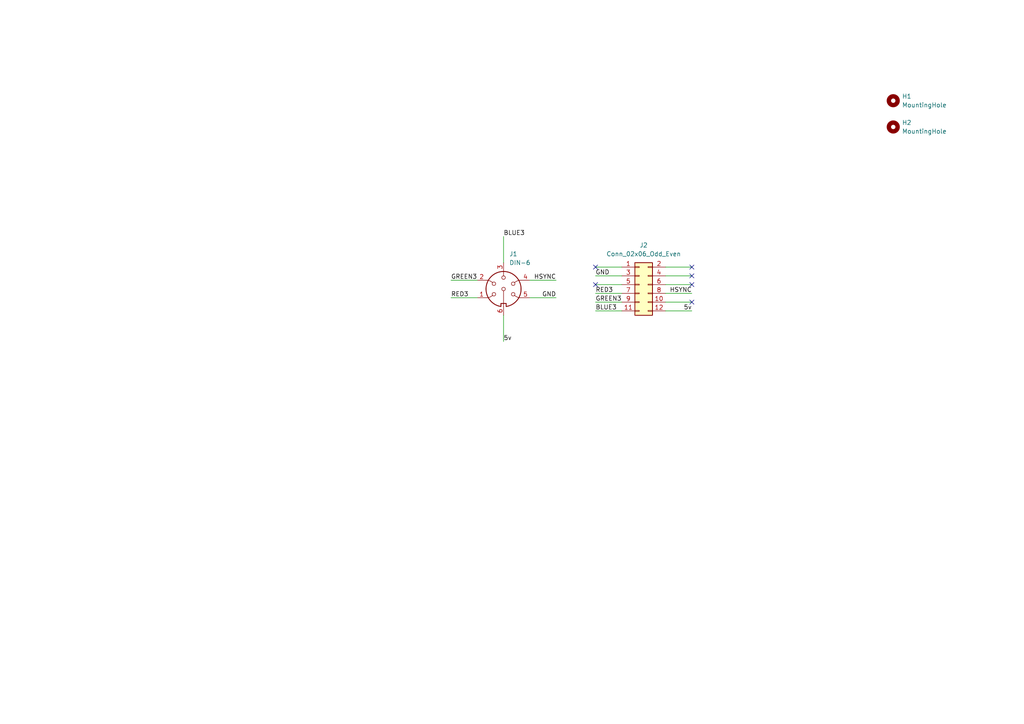
<source format=kicad_sch>
(kicad_sch (version 20211123) (generator eeschema)

  (uuid df416f30-e720-4ea9-b580-d8116ff32444)

  (paper "A4")

  (lib_symbols
    (symbol "Connector:DIN-6" (pin_names (offset 1.016)) (in_bom yes) (on_board yes)
      (property "Reference" "J" (id 0) (at 3.175 5.715 0)
        (effects (font (size 1.27 1.27)))
      )
      (property "Value" "DIN-6" (id 1) (at 4.445 -4.445 0)
        (effects (font (size 1.27 1.27)) (justify left))
      )
      (property "Footprint" "" (id 2) (at 0 0 0)
        (effects (font (size 1.27 1.27)) hide)
      )
      (property "Datasheet" "http://www.mouser.com/ds/2/18/40_c091_abd_e-75918.pdf" (id 3) (at 0 0 0)
        (effects (font (size 1.27 1.27)) hide)
      )
      (property "ki_keywords" "circular DIN connector" (id 4) (at 0 0 0)
        (effects (font (size 1.27 1.27)) hide)
      )
      (property "ki_description" "6-pin DIN connector" (id 5) (at 0 0 0)
        (effects (font (size 1.27 1.27)) hide)
      )
      (property "ki_fp_filters" "DIN*" (id 6) (at 0 0 0)
        (effects (font (size 1.27 1.27)) hide)
      )
      (symbol "DIN-6_0_1"
        (arc (start -5.08 0) (mid -3.8609 -3.3364) (end -0.762 -5.08)
          (stroke (width 0.254) (type default) (color 0 0 0 0))
          (fill (type none))
        )
        (circle (center -2.794 -1.524) (radius 0.508)
          (stroke (width 0) (type default) (color 0 0 0 0))
          (fill (type none))
        )
        (circle (center -2.794 1.524) (radius 0.508)
          (stroke (width 0) (type default) (color 0 0 0 0))
          (fill (type none))
        )
        (polyline
          (pts
            (xy 0 -5.08)
            (xy 0 -0.508)
          )
          (stroke (width 0) (type default) (color 0 0 0 0))
          (fill (type none))
        )
        (polyline
          (pts
            (xy 0 5.08)
            (xy 0 3.81)
          )
          (stroke (width 0) (type default) (color 0 0 0 0))
          (fill (type none))
        )
        (polyline
          (pts
            (xy -5.08 -2.54)
            (xy -4.318 -2.54)
            (xy -3.175 -1.905)
          )
          (stroke (width 0) (type default) (color 0 0 0 0))
          (fill (type none))
        )
        (polyline
          (pts
            (xy -5.08 2.54)
            (xy -4.318 2.54)
            (xy -3.175 1.905)
          )
          (stroke (width 0) (type default) (color 0 0 0 0))
          (fill (type none))
        )
        (polyline
          (pts
            (xy 5.08 -2.54)
            (xy 4.318 -2.54)
            (xy 3.175 -1.905)
          )
          (stroke (width 0) (type default) (color 0 0 0 0))
          (fill (type none))
        )
        (polyline
          (pts
            (xy 5.08 2.54)
            (xy 4.318 2.54)
            (xy 3.175 1.905)
          )
          (stroke (width 0) (type default) (color 0 0 0 0))
          (fill (type none))
        )
        (polyline
          (pts
            (xy -0.762 -4.953)
            (xy -0.762 -4.191)
            (xy 0.762 -4.191)
            (xy 0.762 -4.953)
          )
          (stroke (width 0.254) (type default) (color 0 0 0 0))
          (fill (type none))
        )
        (circle (center 0 0) (radius 0.508)
          (stroke (width 0) (type default) (color 0 0 0 0))
          (fill (type none))
        )
        (circle (center 0 3.302) (radius 0.508)
          (stroke (width 0) (type default) (color 0 0 0 0))
          (fill (type none))
        )
        (arc (start 0.762 -5.08) (mid 3.8685 -3.343) (end 5.08 0)
          (stroke (width 0.254) (type default) (color 0 0 0 0))
          (fill (type none))
        )
        (circle (center 2.794 -1.524) (radius 0.508)
          (stroke (width 0) (type default) (color 0 0 0 0))
          (fill (type none))
        )
        (circle (center 2.794 1.524) (radius 0.508)
          (stroke (width 0) (type default) (color 0 0 0 0))
          (fill (type none))
        )
        (arc (start 5.08 0) (mid 0 5.08) (end -5.08 0)
          (stroke (width 0.254) (type default) (color 0 0 0 0))
          (fill (type none))
        )
      )
      (symbol "DIN-6_1_1"
        (pin passive line (at -7.62 -2.54 0) (length 2.54)
          (name "~" (effects (font (size 1.27 1.27))))
          (number "1" (effects (font (size 1.27 1.27))))
        )
        (pin passive line (at -7.62 2.54 0) (length 2.54)
          (name "~" (effects (font (size 1.27 1.27))))
          (number "2" (effects (font (size 1.27 1.27))))
        )
        (pin passive line (at 0 7.62 270) (length 2.54)
          (name "~" (effects (font (size 1.27 1.27))))
          (number "3" (effects (font (size 1.27 1.27))))
        )
        (pin passive line (at 7.62 2.54 180) (length 2.54)
          (name "~" (effects (font (size 1.27 1.27))))
          (number "4" (effects (font (size 1.27 1.27))))
        )
        (pin passive line (at 7.62 -2.54 180) (length 2.54)
          (name "~" (effects (font (size 1.27 1.27))))
          (number "5" (effects (font (size 1.27 1.27))))
        )
        (pin passive line (at 0 -7.62 90) (length 2.54)
          (name "~" (effects (font (size 1.27 1.27))))
          (number "6" (effects (font (size 1.27 1.27))))
        )
      )
    )
    (symbol "Connector_Generic:Conn_02x06_Odd_Even" (pin_names (offset 1.016) hide) (in_bom yes) (on_board yes)
      (property "Reference" "J" (id 0) (at 1.27 7.62 0)
        (effects (font (size 1.27 1.27)))
      )
      (property "Value" "Conn_02x06_Odd_Even" (id 1) (at 1.27 -10.16 0)
        (effects (font (size 1.27 1.27)))
      )
      (property "Footprint" "" (id 2) (at 0 0 0)
        (effects (font (size 1.27 1.27)) hide)
      )
      (property "Datasheet" "~" (id 3) (at 0 0 0)
        (effects (font (size 1.27 1.27)) hide)
      )
      (property "ki_keywords" "connector" (id 4) (at 0 0 0)
        (effects (font (size 1.27 1.27)) hide)
      )
      (property "ki_description" "Generic connector, double row, 02x06, odd/even pin numbering scheme (row 1 odd numbers, row 2 even numbers), script generated (kicad-library-utils/schlib/autogen/connector/)" (id 5) (at 0 0 0)
        (effects (font (size 1.27 1.27)) hide)
      )
      (property "ki_fp_filters" "Connector*:*_2x??_*" (id 6) (at 0 0 0)
        (effects (font (size 1.27 1.27)) hide)
      )
      (symbol "Conn_02x06_Odd_Even_1_1"
        (rectangle (start -1.27 -7.493) (end 0 -7.747)
          (stroke (width 0.1524) (type default) (color 0 0 0 0))
          (fill (type none))
        )
        (rectangle (start -1.27 -4.953) (end 0 -5.207)
          (stroke (width 0.1524) (type default) (color 0 0 0 0))
          (fill (type none))
        )
        (rectangle (start -1.27 -2.413) (end 0 -2.667)
          (stroke (width 0.1524) (type default) (color 0 0 0 0))
          (fill (type none))
        )
        (rectangle (start -1.27 0.127) (end 0 -0.127)
          (stroke (width 0.1524) (type default) (color 0 0 0 0))
          (fill (type none))
        )
        (rectangle (start -1.27 2.667) (end 0 2.413)
          (stroke (width 0.1524) (type default) (color 0 0 0 0))
          (fill (type none))
        )
        (rectangle (start -1.27 5.207) (end 0 4.953)
          (stroke (width 0.1524) (type default) (color 0 0 0 0))
          (fill (type none))
        )
        (rectangle (start -1.27 6.35) (end 3.81 -8.89)
          (stroke (width 0.254) (type default) (color 0 0 0 0))
          (fill (type background))
        )
        (rectangle (start 3.81 -7.493) (end 2.54 -7.747)
          (stroke (width 0.1524) (type default) (color 0 0 0 0))
          (fill (type none))
        )
        (rectangle (start 3.81 -4.953) (end 2.54 -5.207)
          (stroke (width 0.1524) (type default) (color 0 0 0 0))
          (fill (type none))
        )
        (rectangle (start 3.81 -2.413) (end 2.54 -2.667)
          (stroke (width 0.1524) (type default) (color 0 0 0 0))
          (fill (type none))
        )
        (rectangle (start 3.81 0.127) (end 2.54 -0.127)
          (stroke (width 0.1524) (type default) (color 0 0 0 0))
          (fill (type none))
        )
        (rectangle (start 3.81 2.667) (end 2.54 2.413)
          (stroke (width 0.1524) (type default) (color 0 0 0 0))
          (fill (type none))
        )
        (rectangle (start 3.81 5.207) (end 2.54 4.953)
          (stroke (width 0.1524) (type default) (color 0 0 0 0))
          (fill (type none))
        )
        (pin passive line (at -5.08 5.08 0) (length 3.81)
          (name "Pin_1" (effects (font (size 1.27 1.27))))
          (number "1" (effects (font (size 1.27 1.27))))
        )
        (pin passive line (at 7.62 -5.08 180) (length 3.81)
          (name "Pin_10" (effects (font (size 1.27 1.27))))
          (number "10" (effects (font (size 1.27 1.27))))
        )
        (pin passive line (at -5.08 -7.62 0) (length 3.81)
          (name "Pin_11" (effects (font (size 1.27 1.27))))
          (number "11" (effects (font (size 1.27 1.27))))
        )
        (pin passive line (at 7.62 -7.62 180) (length 3.81)
          (name "Pin_12" (effects (font (size 1.27 1.27))))
          (number "12" (effects (font (size 1.27 1.27))))
        )
        (pin passive line (at 7.62 5.08 180) (length 3.81)
          (name "Pin_2" (effects (font (size 1.27 1.27))))
          (number "2" (effects (font (size 1.27 1.27))))
        )
        (pin passive line (at -5.08 2.54 0) (length 3.81)
          (name "Pin_3" (effects (font (size 1.27 1.27))))
          (number "3" (effects (font (size 1.27 1.27))))
        )
        (pin passive line (at 7.62 2.54 180) (length 3.81)
          (name "Pin_4" (effects (font (size 1.27 1.27))))
          (number "4" (effects (font (size 1.27 1.27))))
        )
        (pin passive line (at -5.08 0 0) (length 3.81)
          (name "Pin_5" (effects (font (size 1.27 1.27))))
          (number "5" (effects (font (size 1.27 1.27))))
        )
        (pin passive line (at 7.62 0 180) (length 3.81)
          (name "Pin_6" (effects (font (size 1.27 1.27))))
          (number "6" (effects (font (size 1.27 1.27))))
        )
        (pin passive line (at -5.08 -2.54 0) (length 3.81)
          (name "Pin_7" (effects (font (size 1.27 1.27))))
          (number "7" (effects (font (size 1.27 1.27))))
        )
        (pin passive line (at 7.62 -2.54 180) (length 3.81)
          (name "Pin_8" (effects (font (size 1.27 1.27))))
          (number "8" (effects (font (size 1.27 1.27))))
        )
        (pin passive line (at -5.08 -5.08 0) (length 3.81)
          (name "Pin_9" (effects (font (size 1.27 1.27))))
          (number "9" (effects (font (size 1.27 1.27))))
        )
      )
    )
    (symbol "Mechanical:MountingHole" (pin_names (offset 1.016)) (in_bom yes) (on_board yes)
      (property "Reference" "H" (id 0) (at 0 5.08 0)
        (effects (font (size 1.27 1.27)))
      )
      (property "Value" "MountingHole" (id 1) (at 0 3.175 0)
        (effects (font (size 1.27 1.27)))
      )
      (property "Footprint" "" (id 2) (at 0 0 0)
        (effects (font (size 1.27 1.27)) hide)
      )
      (property "Datasheet" "~" (id 3) (at 0 0 0)
        (effects (font (size 1.27 1.27)) hide)
      )
      (property "ki_keywords" "mounting hole" (id 4) (at 0 0 0)
        (effects (font (size 1.27 1.27)) hide)
      )
      (property "ki_description" "Mounting Hole without connection" (id 5) (at 0 0 0)
        (effects (font (size 1.27 1.27)) hide)
      )
      (property "ki_fp_filters" "MountingHole*" (id 6) (at 0 0 0)
        (effects (font (size 1.27 1.27)) hide)
      )
      (symbol "MountingHole_0_1"
        (circle (center 0 0) (radius 1.27)
          (stroke (width 1.27) (type default) (color 0 0 0 0))
          (fill (type none))
        )
      )
    )
  )


  (no_connect (at 200.66 87.63) (uuid 3c8468f7-2e46-4421-ac65-1551e2536ba6))
  (no_connect (at 200.66 82.55) (uuid 66b04259-ce0d-407b-9231-1df886265325))
  (no_connect (at 172.72 82.55) (uuid 95a3992f-6aad-443b-b63b-163de476ead8))
  (no_connect (at 200.66 80.01) (uuid 95cb4388-34fa-433c-bbee-db3dfc244c80))
  (no_connect (at 200.66 77.47) (uuid ca4902af-e54f-471e-ac37-0cd1ccab28e2))
  (no_connect (at 172.72 77.47) (uuid d4fe9990-0ae5-413c-9b4e-b579762185f0))

  (wire (pts (xy 172.72 80.01) (xy 180.34 80.01))
    (stroke (width 0) (type default) (color 0 0 0 0))
    (uuid 1b976866-7965-41f1-8010-af8d2603bedf)
  )
  (wire (pts (xy 172.72 87.63) (xy 180.34 87.63))
    (stroke (width 0) (type default) (color 0 0 0 0))
    (uuid 20b1fea4-377d-427d-b9bf-32422c34930b)
  )
  (wire (pts (xy 130.81 86.36) (xy 138.43 86.36))
    (stroke (width 0) (type default) (color 0 0 0 0))
    (uuid 3c637fcd-1687-4bbc-8cf5-f625c9423867)
  )
  (wire (pts (xy 146.05 68.58) (xy 146.05 76.2))
    (stroke (width 0) (type default) (color 0 0 0 0))
    (uuid 4286e34f-1ddc-4028-a679-002b865b388f)
  )
  (wire (pts (xy 172.72 85.09) (xy 180.34 85.09))
    (stroke (width 0) (type default) (color 0 0 0 0))
    (uuid 4fde2b29-345d-4a04-84c5-21bf9a24e742)
  )
  (wire (pts (xy 193.04 85.09) (xy 200.66 85.09))
    (stroke (width 0) (type default) (color 0 0 0 0))
    (uuid 63bc4cd0-f3c0-4db9-bbce-e124d90903c1)
  )
  (wire (pts (xy 193.04 77.47) (xy 200.66 77.47))
    (stroke (width 0) (type default) (color 0 0 0 0))
    (uuid 72f801bf-6d49-4f7b-85fd-506f7f9227b2)
  )
  (wire (pts (xy 146.05 91.44) (xy 146.05 99.06))
    (stroke (width 0) (type default) (color 0 0 0 0))
    (uuid 741c2bf1-bea2-4279-a6fe-393ed0858ca3)
  )
  (wire (pts (xy 172.72 82.55) (xy 180.34 82.55))
    (stroke (width 0) (type default) (color 0 0 0 0))
    (uuid 77f6c189-6372-4e30-8b8a-9ce75d28737b)
  )
  (wire (pts (xy 193.04 87.63) (xy 200.66 87.63))
    (stroke (width 0) (type default) (color 0 0 0 0))
    (uuid a183b9af-a517-40a5-ae74-0c890ec97008)
  )
  (wire (pts (xy 130.81 81.28) (xy 138.43 81.28))
    (stroke (width 0) (type default) (color 0 0 0 0))
    (uuid ad0f7b30-8365-420f-b85f-a4cc8b786a5a)
  )
  (wire (pts (xy 193.04 80.01) (xy 200.66 80.01))
    (stroke (width 0) (type default) (color 0 0 0 0))
    (uuid b0f580cd-ed24-49b6-b8bd-2046d40086d3)
  )
  (wire (pts (xy 153.67 86.36) (xy 161.29 86.36))
    (stroke (width 0) (type default) (color 0 0 0 0))
    (uuid bc5092e4-8326-447e-8d0a-d975ff3e478e)
  )
  (wire (pts (xy 193.04 90.17) (xy 200.66 90.17))
    (stroke (width 0) (type default) (color 0 0 0 0))
    (uuid beff3148-1aeb-4aa1-8f4d-fb269343e571)
  )
  (wire (pts (xy 172.72 90.17) (xy 180.34 90.17))
    (stroke (width 0) (type default) (color 0 0 0 0))
    (uuid bfe2f127-3f15-42c7-93dd-c4c081f6d73e)
  )
  (wire (pts (xy 193.04 82.55) (xy 200.66 82.55))
    (stroke (width 0) (type default) (color 0 0 0 0))
    (uuid ceb32e88-c633-45a7-929f-2627fa34a56f)
  )
  (wire (pts (xy 153.67 81.28) (xy 161.29 81.28))
    (stroke (width 0) (type default) (color 0 0 0 0))
    (uuid d2a70570-e2f0-4f78-a711-a09a4e91a34b)
  )
  (wire (pts (xy 172.72 77.47) (xy 180.34 77.47))
    (stroke (width 0) (type default) (color 0 0 0 0))
    (uuid f2081237-ab8c-4308-8cf9-e5c5abf34253)
  )

  (label "GND" (at 172.72 80.01 0)
    (effects (font (size 1.27 1.27)) (justify left bottom))
    (uuid 1bce0f67-f2f5-4e87-86ad-386be2b202eb)
  )
  (label "GND" (at 161.29 86.36 180)
    (effects (font (size 1.27 1.27)) (justify right bottom))
    (uuid 2f8a31c2-56e3-43a6-a3e5-c86e6feedd50)
  )
  (label "RED3" (at 130.81 86.36 0)
    (effects (font (size 1.27 1.27)) (justify left bottom))
    (uuid 5a5ba96a-be43-4902-aea7-c008de902bdf)
  )
  (label "5v" (at 146.05 99.06 0)
    (effects (font (size 1.27 1.27)) (justify left bottom))
    (uuid 6d38cf1c-6b25-491f-b1fc-5c32d5ce53da)
  )
  (label "RED3" (at 172.72 85.09 0)
    (effects (font (size 1.27 1.27)) (justify left bottom))
    (uuid 9e6bde93-1430-4500-b4c3-5a4a44dd42ba)
  )
  (label "HSYNC" (at 161.29 81.28 180)
    (effects (font (size 1.27 1.27)) (justify right bottom))
    (uuid a58fd05f-1a42-41dd-9a0c-9b82ffa6cc05)
  )
  (label "5v" (at 200.66 90.17 180)
    (effects (font (size 1.27 1.27)) (justify right bottom))
    (uuid bfaa48f9-2b6f-4c79-9034-9324c8a4865b)
  )
  (label "BLUE3" (at 146.05 68.58 0)
    (effects (font (size 1.27 1.27)) (justify left bottom))
    (uuid c25a75a0-0278-425f-b5fb-48239a93e6ba)
  )
  (label "BLUE3" (at 172.72 90.17 0)
    (effects (font (size 1.27 1.27)) (justify left bottom))
    (uuid cba1db8e-3d98-42bf-b3c3-d950cb7ee6af)
  )
  (label "HSYNC" (at 200.66 85.09 180)
    (effects (font (size 1.27 1.27)) (justify right bottom))
    (uuid dc095772-b08e-42da-81ec-ec1d3185aeba)
  )
  (label "GREEN3" (at 172.72 87.63 0)
    (effects (font (size 1.27 1.27)) (justify left bottom))
    (uuid e297e203-5471-44c6-bb15-9bf6fb94a5d9)
  )
  (label "GREEN3" (at 130.81 81.28 0)
    (effects (font (size 1.27 1.27)) (justify left bottom))
    (uuid e6636eef-8ff2-427f-a607-d4758e968355)
  )

  (symbol (lib_id "Connector_Generic:Conn_02x06_Odd_Even") (at 185.42 82.55 0) (unit 1)
    (in_bom yes) (on_board yes) (fields_autoplaced)
    (uuid 34978bfe-2342-486a-9133-1a3bd2e295ad)
    (property "Reference" "J2" (id 0) (at 186.69 71.12 0))
    (property "Value" "Conn_02x06_Odd_Even" (id 1) (at 186.69 73.66 0))
    (property "Footprint" "Connector_PinHeader_2.54mm:PinHeader_2x06_P2.54mm_Vertical" (id 2) (at 185.42 82.55 0)
      (effects (font (size 1.27 1.27)) hide)
    )
    (property "Datasheet" "~" (id 3) (at 185.42 82.55 0)
      (effects (font (size 1.27 1.27)) hide)
    )
    (pin "1" (uuid 01fba8c3-dbb4-48b3-bc9a-095305148b62))
    (pin "10" (uuid 21b0c65c-0db2-4195-8453-17d45a3f22cb))
    (pin "11" (uuid d13a83d1-7a59-44c1-bc4b-d6563e2f3ed6))
    (pin "12" (uuid cc0b8222-1452-4bb8-b5ae-f06e1aa8d5f1))
    (pin "2" (uuid de7c81a2-25a2-4af3-be97-17781817971c))
    (pin "3" (uuid 6e335f75-ba91-4cf4-9a22-e6e0b8240b9e))
    (pin "4" (uuid 7c803532-8fec-42d7-bf99-34363a1a883f))
    (pin "5" (uuid 08d571cd-00bc-4ef1-bbb0-d423b569c802))
    (pin "6" (uuid 9caae51d-a6fc-4405-93bb-11147813f146))
    (pin "7" (uuid d5d0b1ba-6f52-4a51-971e-66777e9c06e4))
    (pin "8" (uuid 23a1f057-60c7-43ca-94e7-b5e41d3bdb66))
    (pin "9" (uuid 8bb49c98-7768-46df-ad38-a27aad887256))
  )

  (symbol (lib_id "Connector:DIN-6") (at 146.05 83.82 0) (unit 1)
    (in_bom yes) (on_board yes) (fields_autoplaced)
    (uuid 62f6d16a-56c0-42c0-8c33-0751da8ec6da)
    (property "Reference" "J1" (id 0) (at 147.7011 73.66 0)
      (effects (font (size 1.27 1.27)) (justify left))
    )
    (property "Value" "DIN-6" (id 1) (at 147.7011 76.2 0)
      (effects (font (size 1.27 1.27)) (justify left))
    )
    (property "Footprint" "RGBtoHDMI_DIN:DIN6" (id 2) (at 146.05 83.82 0)
      (effects (font (size 1.27 1.27)) hide)
    )
    (property "Datasheet" "http://www.mouser.com/ds/2/18/40_c091_abd_e-75918.pdf" (id 3) (at 146.05 83.82 0)
      (effects (font (size 1.27 1.27)) hide)
    )
    (pin "1" (uuid 32c9da8a-b71b-47f6-bc28-4486dbb33306))
    (pin "2" (uuid 00f5b094-3663-4bb7-ac33-78bf29d52c5a))
    (pin "3" (uuid b169ac72-260b-44c3-af97-a575438522d1))
    (pin "4" (uuid 98e5c893-4849-402e-a5d4-8991bb43a6be))
    (pin "5" (uuid 5044a4b4-8a64-4d49-82f3-5bbe53a873db))
    (pin "6" (uuid 0e2ca8af-665a-4c40-be4b-66cffe76a5a1))
  )

  (symbol (lib_id "Mechanical:MountingHole") (at 259.08 36.83 0) (unit 1)
    (in_bom yes) (on_board yes) (fields_autoplaced)
    (uuid 8bf0f5ff-4933-4c7b-bd04-a336339d8b5a)
    (property "Reference" "H2" (id 0) (at 261.62 35.5599 0)
      (effects (font (size 1.27 1.27)) (justify left))
    )
    (property "Value" "MountingHole" (id 1) (at 261.62 38.0999 0)
      (effects (font (size 1.27 1.27)) (justify left))
    )
    (property "Footprint" "MountingHole:MountingHole_3.2mm_M3" (id 2) (at 259.08 36.83 0)
      (effects (font (size 1.27 1.27)) hide)
    )
    (property "Datasheet" "~" (id 3) (at 259.08 36.83 0)
      (effects (font (size 1.27 1.27)) hide)
    )
  )

  (symbol (lib_id "Mechanical:MountingHole") (at 259.08 29.21 0) (unit 1)
    (in_bom yes) (on_board yes) (fields_autoplaced)
    (uuid e33b20d8-dd03-4282-a896-4672d07a6474)
    (property "Reference" "H1" (id 0) (at 261.62 27.9399 0)
      (effects (font (size 1.27 1.27)) (justify left))
    )
    (property "Value" "MountingHole" (id 1) (at 261.62 30.4799 0)
      (effects (font (size 1.27 1.27)) (justify left))
    )
    (property "Footprint" "MountingHole:MountingHole_3.2mm_M3" (id 2) (at 259.08 29.21 0)
      (effects (font (size 1.27 1.27)) hide)
    )
    (property "Datasheet" "~" (id 3) (at 259.08 29.21 0)
      (effects (font (size 1.27 1.27)) hide)
    )
  )

  (sheet_instances
    (path "/" (page "1"))
  )

  (symbol_instances
    (path "/e33b20d8-dd03-4282-a896-4672d07a6474"
      (reference "H1") (unit 1) (value "MountingHole") (footprint "MountingHole:MountingHole_3.2mm_M3")
    )
    (path "/8bf0f5ff-4933-4c7b-bd04-a336339d8b5a"
      (reference "H2") (unit 1) (value "MountingHole") (footprint "MountingHole:MountingHole_3.2mm_M3")
    )
    (path "/62f6d16a-56c0-42c0-8c33-0751da8ec6da"
      (reference "J1") (unit 1) (value "DIN-6") (footprint "RGBtoHDMI_DIN:DIN6")
    )
    (path "/34978bfe-2342-486a-9133-1a3bd2e295ad"
      (reference "J2") (unit 1) (value "Conn_02x06_Odd_Even") (footprint "Connector_PinHeader_2.54mm:PinHeader_2x06_P2.54mm_Vertical")
    )
  )
)

</source>
